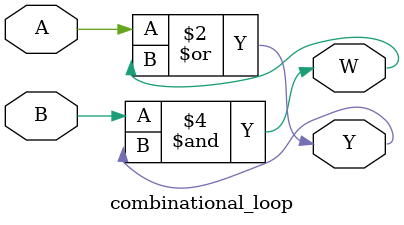
<source format=v>
module combinational_loop (A,B,Y,W); 
   input A,B;
   output Y,W;
   reg Y,W;

   always@( A or W) Y = A | W;

   always@(B or Y) W = B & Y;

endmodule

</source>
